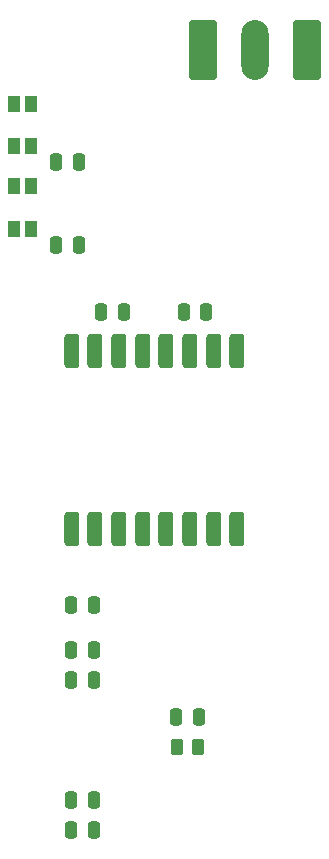
<source format=gbr>
%TF.GenerationSoftware,KiCad,Pcbnew,7.0.2-0*%
%TF.CreationDate,2023-07-09T23:01:49-07:00*%
%TF.ProjectId,thumbs-down-hw,7468756d-6273-42d6-946f-776e2d68772e,rev?*%
%TF.SameCoordinates,PX80fd3d8PY8977a68*%
%TF.FileFunction,Paste,Top*%
%TF.FilePolarity,Positive*%
%FSLAX46Y46*%
G04 Gerber Fmt 4.6, Leading zero omitted, Abs format (unit mm)*
G04 Created by KiCad (PCBNEW 7.0.2-0) date 2023-07-09 23:01:49*
%MOMM*%
%LPD*%
G01*
G04 APERTURE LIST*
G04 Aperture macros list*
%AMRoundRect*
0 Rectangle with rounded corners*
0 $1 Rounding radius*
0 $2 $3 $4 $5 $6 $7 $8 $9 X,Y pos of 4 corners*
0 Add a 4 corners polygon primitive as box body*
4,1,4,$2,$3,$4,$5,$6,$7,$8,$9,$2,$3,0*
0 Add four circle primitives for the rounded corners*
1,1,$1+$1,$2,$3*
1,1,$1+$1,$4,$5*
1,1,$1+$1,$6,$7*
1,1,$1+$1,$8,$9*
0 Add four rect primitives between the rounded corners*
20,1,$1+$1,$2,$3,$4,$5,0*
20,1,$1+$1,$4,$5,$6,$7,0*
20,1,$1+$1,$6,$7,$8,$9,0*
20,1,$1+$1,$8,$9,$2,$3,0*%
G04 Aperture macros list end*
%ADD10RoundRect,0.250000X-0.250000X-0.475000X0.250000X-0.475000X0.250000X0.475000X-0.250000X0.475000X0*%
%ADD11R,1.050000X1.400000*%
%ADD12RoundRect,0.250000X0.262500X0.450000X-0.262500X0.450000X-0.262500X-0.450000X0.262500X-0.450000X0*%
%ADD13RoundRect,1.145000X0.000000X1.395000X0.000000X-1.395000X0.000000X-1.395000X0.000000X1.395000X0*%
%ADD14RoundRect,0.304800X-0.905200X2.235200X-0.905200X-2.235200X0.905200X-2.235200X0.905200X2.235200X0*%
%ADD15RoundRect,0.317500X0.317500X-1.157500X0.317500X1.157500X-0.317500X1.157500X-0.317500X-1.157500X0*%
G04 APERTURE END LIST*
D10*
%TO.C,C6*%
X9210000Y59690000D03*
X11110000Y59690000D03*
%TD*%
%TO.C,C5*%
X6670000Y18415000D03*
X8570000Y18415000D03*
%TD*%
%TO.C,C1*%
X6670000Y34925000D03*
X8570000Y34925000D03*
%TD*%
D11*
%TO.C,SW10*%
X3260000Y70380000D03*
X3260000Y66780000D03*
X1820000Y70380000D03*
X1820000Y66780000D03*
%TD*%
D12*
%TO.C,R1*%
X17422500Y22860000D03*
X15597500Y22860000D03*
%TD*%
D10*
%TO.C,C3*%
X6670000Y28575000D03*
X8570000Y28575000D03*
%TD*%
%TO.C,C10*%
X5400000Y65405000D03*
X7300000Y65405000D03*
%TD*%
%TO.C,C4*%
X6670000Y15875000D03*
X8570000Y15875000D03*
%TD*%
D13*
%TO.C,AE1*%
X22225000Y81915000D03*
D14*
X26605000Y81915000D03*
X17845000Y81915000D03*
%TD*%
D10*
%TO.C,C9*%
X5400000Y72390000D03*
X7300000Y72390000D03*
%TD*%
%TO.C,C7*%
X16195000Y59690000D03*
X18095000Y59690000D03*
%TD*%
%TO.C,C2*%
X6670000Y31115000D03*
X8570000Y31115000D03*
%TD*%
%TO.C,R2*%
X15560000Y25400000D03*
X17460000Y25400000D03*
%TD*%
D11*
%TO.C,SW9*%
X3260000Y77365000D03*
X3260000Y73765000D03*
X1820000Y77365000D03*
X1820000Y73765000D03*
%TD*%
D15*
%TO.C,U2*%
X6716000Y41370000D03*
X8716000Y41370000D03*
X10716000Y41370000D03*
X12716000Y41370000D03*
X14716000Y41370000D03*
X16716000Y41370000D03*
X18716000Y41370000D03*
X20716000Y41370000D03*
X20716000Y56420000D03*
X18716000Y56420000D03*
X16716000Y56420000D03*
X14716000Y56420000D03*
X12716000Y56420000D03*
X10716000Y56420000D03*
X8716000Y56420000D03*
X6716000Y56420000D03*
%TD*%
M02*

</source>
